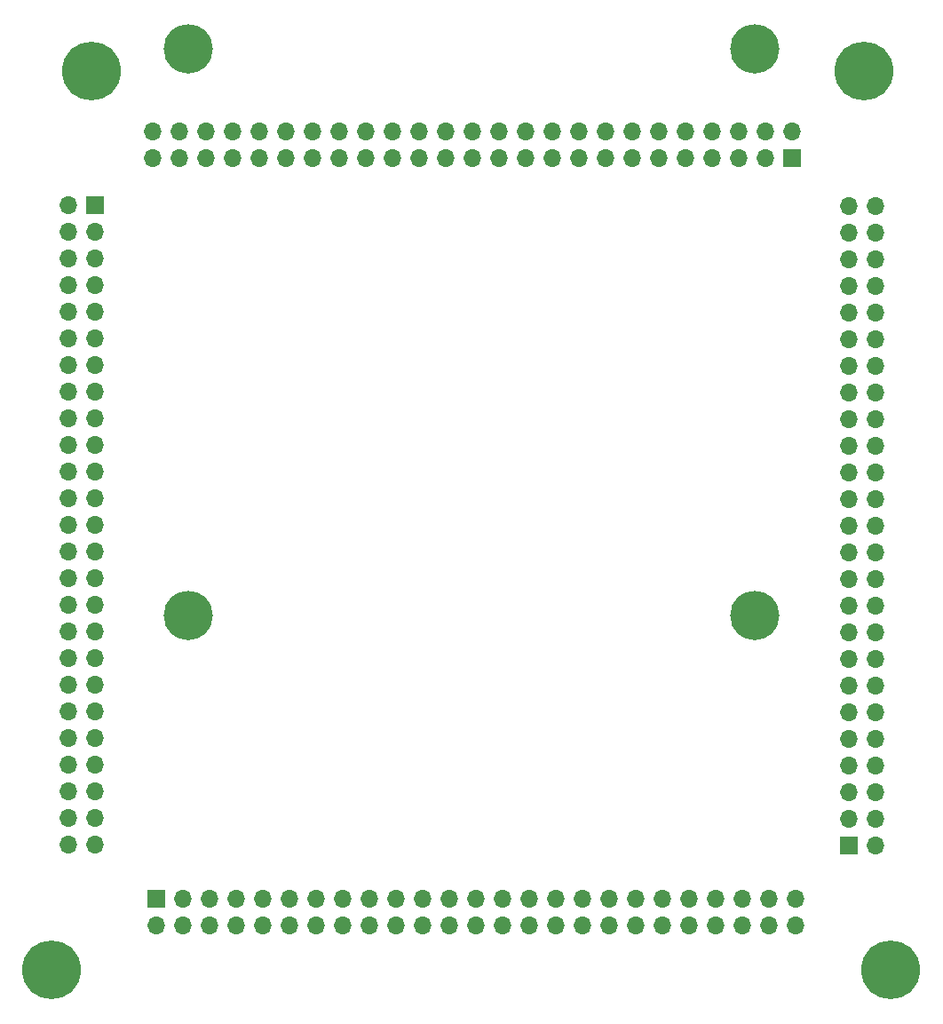
<source format=gbr>
%TF.GenerationSoftware,KiCad,Pcbnew,8.0.4*%
%TF.CreationDate,2024-07-26T01:58:30-07:00*%
%TF.ProjectId,PCBranch,50434272-616e-4636-982e-6b696361645f,rev?*%
%TF.SameCoordinates,Original*%
%TF.FileFunction,Soldermask,Bot*%
%TF.FilePolarity,Negative*%
%FSLAX46Y46*%
G04 Gerber Fmt 4.6, Leading zero omitted, Abs format (unit mm)*
G04 Created by KiCad (PCBNEW 8.0.4) date 2024-07-26 01:58:30*
%MOMM*%
%LPD*%
G01*
G04 APERTURE LIST*
%ADD10C,5.600000*%
%ADD11C,4.700000*%
%ADD12R,1.700000X1.700000*%
%ADD13O,1.700000X1.700000*%
G04 APERTURE END LIST*
D10*
%TO.C,H5*%
X8890000Y-5080000D03*
%TD*%
%TO.C,H7*%
X85090000Y-90810000D03*
%TD*%
D11*
%TO.C,H3*%
X72085000Y-57000000D03*
%TD*%
D10*
%TO.C,H8*%
X5080000Y-90810000D03*
%TD*%
D11*
%TO.C,H2*%
X72085000Y-3000000D03*
%TD*%
%TO.C,H4*%
X18085000Y-57000000D03*
%TD*%
D10*
%TO.C,H6*%
X82550000Y-5080000D03*
%TD*%
D11*
%TO.C,H1*%
X18085000Y-3000000D03*
%TD*%
D12*
%TO.C,J5*%
X75660000Y-13380000D03*
D13*
X75660000Y-10840000D03*
X73120000Y-13380000D03*
X73120000Y-10840000D03*
X70580000Y-13380000D03*
X70580000Y-10840000D03*
X68040000Y-13380000D03*
X68040000Y-10840000D03*
X65500000Y-13380000D03*
X65500000Y-10840000D03*
X62960000Y-13380000D03*
X62960000Y-10840000D03*
X60420000Y-13380000D03*
X60420000Y-10840000D03*
X57880000Y-13380000D03*
X57880000Y-10840000D03*
X55340000Y-13380000D03*
X55340000Y-10840000D03*
X52800000Y-13380000D03*
X52800000Y-10840000D03*
X50260000Y-13380000D03*
X50260000Y-10840000D03*
X47720000Y-13380000D03*
X47720000Y-10840000D03*
X45180000Y-13380000D03*
X45180000Y-10840000D03*
X42640000Y-13380000D03*
X42640000Y-10840000D03*
X40100000Y-13380000D03*
X40100000Y-10840000D03*
X37560000Y-13380000D03*
X37560000Y-10840000D03*
X35020000Y-13380000D03*
X35020000Y-10840000D03*
X32480000Y-13380000D03*
X32480000Y-10840000D03*
X29940000Y-13380000D03*
X29940000Y-10840000D03*
X27400000Y-13380000D03*
X27400000Y-10840000D03*
X24860000Y-13380000D03*
X24860000Y-10840000D03*
X22320000Y-13380000D03*
X22320000Y-10840000D03*
X19780000Y-13380000D03*
X19780000Y-10840000D03*
X17240000Y-13380000D03*
X17240000Y-10840000D03*
X14700000Y-13380000D03*
X14700000Y-10840000D03*
%TD*%
D12*
%TO.C,J4*%
X9180000Y-17840000D03*
D13*
X6640000Y-17840000D03*
X9180000Y-20380000D03*
X6640000Y-20380000D03*
X9180000Y-22920000D03*
X6640000Y-22920000D03*
X9180000Y-25460000D03*
X6640000Y-25460000D03*
X9180000Y-28000000D03*
X6640000Y-28000000D03*
X9180000Y-30540000D03*
X6640000Y-30540000D03*
X9180000Y-33080000D03*
X6640000Y-33080000D03*
X9180000Y-35620000D03*
X6640000Y-35620000D03*
X9180000Y-38160000D03*
X6640000Y-38160000D03*
X9180000Y-40700000D03*
X6640000Y-40700000D03*
X9180000Y-43240000D03*
X6640000Y-43240000D03*
X9180000Y-45780000D03*
X6640000Y-45780000D03*
X9180000Y-48320000D03*
X6640000Y-48320000D03*
X9180000Y-50860000D03*
X6640000Y-50860000D03*
X9180000Y-53400000D03*
X6640000Y-53400000D03*
X9180000Y-55940000D03*
X6640000Y-55940000D03*
X9180000Y-58480000D03*
X6640000Y-58480000D03*
X9180000Y-61020000D03*
X6640000Y-61020000D03*
X9180000Y-63560000D03*
X6640000Y-63560000D03*
X9180000Y-66100000D03*
X6640000Y-66100000D03*
X9180000Y-68640000D03*
X6640000Y-68640000D03*
X9180000Y-71180000D03*
X6640000Y-71180000D03*
X9180000Y-73720000D03*
X6640000Y-73720000D03*
X9180000Y-76260000D03*
X6640000Y-76260000D03*
X9180000Y-78800000D03*
X6640000Y-78800000D03*
%TD*%
D12*
%TO.C,J6*%
X81060000Y-78920000D03*
D13*
X83600000Y-78920000D03*
X81060000Y-76380000D03*
X83600000Y-76380000D03*
X81060000Y-73840000D03*
X83600000Y-73840000D03*
X81060000Y-71300000D03*
X83600000Y-71300000D03*
X81060000Y-68760000D03*
X83600000Y-68760000D03*
X81060000Y-66220000D03*
X83600000Y-66220000D03*
X81060000Y-63680000D03*
X83600000Y-63680000D03*
X81060000Y-61140000D03*
X83600000Y-61140000D03*
X81060000Y-58600000D03*
X83600000Y-58600000D03*
X81060000Y-56060000D03*
X83600000Y-56060000D03*
X81060000Y-53520000D03*
X83600000Y-53520000D03*
X81060000Y-50980000D03*
X83600000Y-50980000D03*
X81060000Y-48440000D03*
X83600000Y-48440000D03*
X81060000Y-45900000D03*
X83600000Y-45900000D03*
X81060000Y-43360000D03*
X83600000Y-43360000D03*
X81060000Y-40820000D03*
X83600000Y-40820000D03*
X81060000Y-38280000D03*
X83600000Y-38280000D03*
X81060000Y-35740000D03*
X83600000Y-35740000D03*
X81060000Y-33200000D03*
X83600000Y-33200000D03*
X81060000Y-30660000D03*
X83600000Y-30660000D03*
X81060000Y-28120000D03*
X83600000Y-28120000D03*
X81060000Y-25580000D03*
X83600000Y-25580000D03*
X81060000Y-23040000D03*
X83600000Y-23040000D03*
X81060000Y-20500000D03*
X83600000Y-20500000D03*
X81060000Y-17960000D03*
X83600000Y-17960000D03*
%TD*%
D12*
%TO.C,J7*%
X15020000Y-84000000D03*
D13*
X15020000Y-86540000D03*
X17560000Y-84000000D03*
X17560000Y-86540000D03*
X20100000Y-84000000D03*
X20100000Y-86540000D03*
X22640000Y-84000000D03*
X22640000Y-86540000D03*
X25180000Y-84000000D03*
X25180000Y-86540000D03*
X27720000Y-84000000D03*
X27720000Y-86540000D03*
X30260000Y-84000000D03*
X30260000Y-86540000D03*
X32800000Y-84000000D03*
X32800000Y-86540000D03*
X35340000Y-84000000D03*
X35340000Y-86540000D03*
X37880000Y-84000000D03*
X37880000Y-86540000D03*
X40420000Y-84000000D03*
X40420000Y-86540000D03*
X42960000Y-84000000D03*
X42960000Y-86540000D03*
X45500000Y-84000000D03*
X45500000Y-86540000D03*
X48040000Y-84000000D03*
X48040000Y-86540000D03*
X50580000Y-84000000D03*
X50580000Y-86540000D03*
X53120000Y-84000000D03*
X53120000Y-86540000D03*
X55660000Y-84000000D03*
X55660000Y-86540000D03*
X58200000Y-84000000D03*
X58200000Y-86540000D03*
X60740000Y-84000000D03*
X60740000Y-86540000D03*
X63280000Y-84000000D03*
X63280000Y-86540000D03*
X65820000Y-84000000D03*
X65820000Y-86540000D03*
X68360000Y-84000000D03*
X68360000Y-86540000D03*
X70900000Y-84000000D03*
X70900000Y-86540000D03*
X73440000Y-84000000D03*
X73440000Y-86540000D03*
X75980000Y-84000000D03*
X75980000Y-86540000D03*
%TD*%
M02*

</source>
